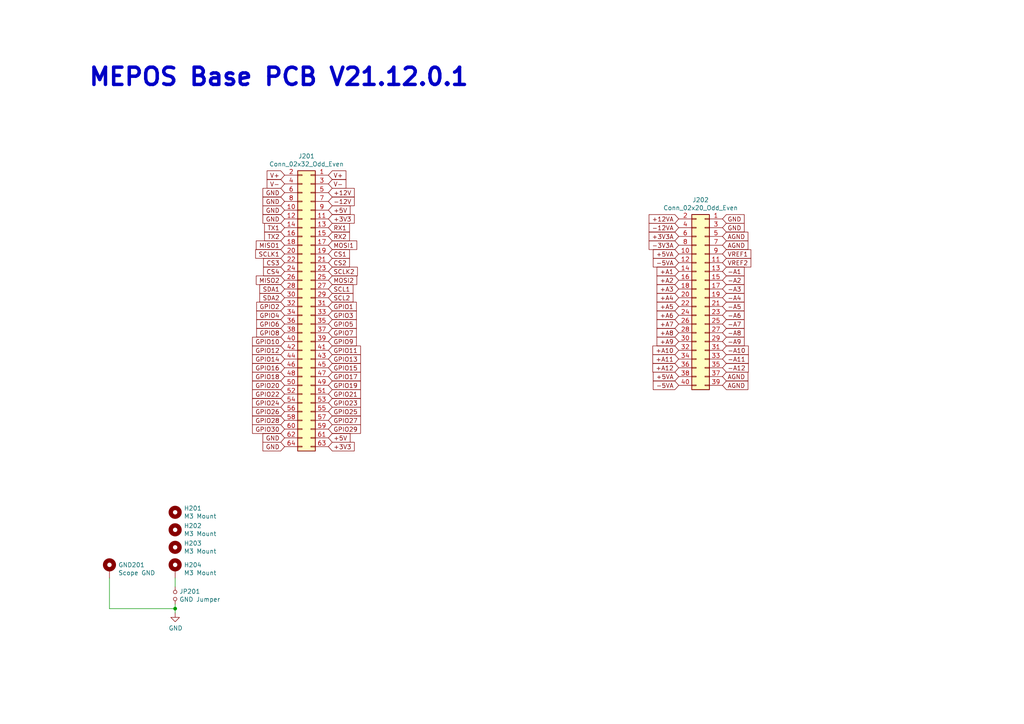
<source format=kicad_sch>
(kicad_sch (version 20211123) (generator eeschema)
  (paper "A4")
  (title_block (title "MEPOS Base PCB V21.12.0.1") (date "2021-12-17") (rev "V21.12.0.1"))
  (lib_symbols
    (symbol "Connector_Generic:Conn_02x20_Odd_Even" (pin_names (offset 1.016) hide)
      (property "Reference" "J" (at 1.27 25.4 0))
      (property "Value" "Conn_02x20_Odd_Even" (at 1.27 -27.94 0))
      (symbol "Conn_02x20_Odd_Even_1_1"
        (rectangle (start -1.27 -25.273) (end 0 -25.527) (stroke (width 0.1524)))
        (rectangle (start -1.27 -22.733) (end 0 -22.987) (stroke (width 0.1524)))
        (rectangle (start -1.27 -20.193) (end 0 -20.447) (stroke (width 0.1524)))
        (rectangle (start -1.27 -17.653) (end 0 -17.907) (stroke (width 0.1524)))
        (rectangle (start -1.27 -15.113) (end 0 -15.367) (stroke (width 0.1524)))
        (rectangle (start -1.27 -12.573) (end 0 -12.827) (stroke (width 0.1524)))
        (rectangle (start -1.27 -10.033) (end 0 -10.287) (stroke (width 0.1524)))
        (rectangle (start -1.27 -7.493) (end 0 -7.747) (stroke (width 0.1524)))
        (rectangle (start -1.27 -4.953) (end 0 -5.207) (stroke (width 0.1524)))
        (rectangle (start -1.27 -2.413) (end 0 -2.667) (stroke (width 0.1524)))
        (rectangle (start -1.27 0.127) (end 0 -0.127) (stroke (width 0.1524)))
        (rectangle (start -1.27 2.667) (end 0 2.413) (stroke (width 0.1524)))
        (rectangle (start -1.27 5.207) (end 0 4.953) (stroke (width 0.1524)))
        (rectangle (start -1.27 7.747) (end 0 7.493) (stroke (width 0.1524)))
        (rectangle (start -1.27 10.287) (end 0 10.033) (stroke (width 0.1524)))
        (rectangle (start -1.27 12.827) (end 0 12.573) (stroke (width 0.1524)))
        (rectangle (start -1.27 15.367) (end 0 15.113) (stroke (width 0.1524)))
        (rectangle (start -1.27 17.907) (end 0 17.653) (stroke (width 0.1524)))
        (rectangle (start -1.27 20.447) (end 0 20.193) (stroke (width 0.1524)))
        (rectangle (start -1.27 22.987) (end 0 22.733) (stroke (width 0.1524)))
        (rectangle (start -1.27 24.13) (end 3.81 -26.67) (stroke (width 0.254)) (fill (type background)))
        (rectangle (start 3.81 -25.273) (end 2.54 -25.527) (stroke (width 0.1524)))
        (rectangle (start 3.81 -22.733) (end 2.54 -22.987) (stroke (width 0.1524)))
        (rectangle (start 3.81 -20.193) (end 2.54 -20.447) (stroke (width 0.1524)))
        (rectangle (start 3.81 -17.653) (end 2.54 -17.907) (stroke (width 0.1524)))
        (rectangle (start 3.81 -15.113) (end 2.54 -15.367) (stroke (width 0.1524)))
        (rectangle (start 3.81 -12.573) (end 2.54 -12.827) (stroke (width 0.1524)))
        (rectangle (start 3.81 -10.033) (end 2.54 -10.287) (stroke (width 0.1524)))
        (rectangle (start 3.81 -7.493) (end 2.54 -7.747) (stroke (width 0.1524)))
        (rectangle (start 3.81 -4.953) (end 2.54 -5.207) (stroke (width 0.1524)))
        (rectangle (start 3.81 -2.413) (end 2.54 -2.667) (stroke (width 0.1524)))
        (rectangle (start 3.81 0.127) (end 2.54 -0.127) (stroke (width 0.1524)))
        (rectangle (start 3.81 2.667) (end 2.54 2.413) (stroke (width 0.1524)))
        (rectangle (start 3.81 5.207) (end 2.54 4.953) (stroke (width 0.1524)))
        (rectangle (start 3.81 7.747) (end 2.54 7.493) (stroke (width 0.1524)))
        (rectangle (start 3.81 10.287) (end 2.54 10.033) (stroke (width 0.1524)))
        (rectangle (start 3.81 12.827) (end 2.54 12.573) (stroke (width 0.1524)))
        (rectangle (start 3.81 15.367) (end 2.54 15.113) (stroke (width 0.1524)))
        (rectangle (start 3.81 17.907) (end 2.54 17.653) (stroke (width 0.1524)))
        (rectangle (start 3.81 20.447) (end 2.54 20.193) (stroke (width 0.1524)))
        (rectangle (start 3.81 22.987) (end 2.54 22.733) (stroke (width 0.1524)))
        (pin passive line (at -5.08 22.86 0) (length 3.81) (name "Pin_1") (number "1"))
        (pin passive line (at 7.62 12.7 180) (length 3.81) (name "Pin_10") (number "10"))
        (pin passive line (at -5.08 10.16 0) (length 3.81) (name "Pin_11") (number "11"))
        (pin passive line (at 7.62 10.16 180) (length 3.81) (name "Pin_12") (number "12"))
        (pin passive line (at -5.08 7.62 0) (length 3.81) (name "Pin_13") (number "13"))
        (pin passive line (at 7.62 7.62 180) (length 3.81) (name "Pin_14") (number "14"))
        (pin passive line (at -5.08 5.08 0) (length 3.81) (name "Pin_15") (number "15"))
        (pin passive line (at 7.62 5.08 180) (length 3.81) (name "Pin_16") (number "16"))
        (pin passive line (at -5.08 2.54 0) (length 3.81) (name "Pin_17") (number "17"))
        (pin passive line (at 7.62 2.54 180) (length 3.81) (name "Pin_18") (number "18"))
        (pin passive line (at -5.08 0 0) (length 3.81) (name "Pin_19") (number "19"))
        (pin passive line (at 7.62 22.86 180) (length 3.81) (name "Pin_2") (number "2"))
        (pin passive line (at 7.62 0 180) (length 3.81) (name "Pin_20") (number "20"))
        (pin passive line (at -5.08 -2.54 0) (length 3.81) (name "Pin_21") (number "21"))
        (pin passive line (at 7.62 -2.54 180) (length 3.81) (name "Pin_22") (number "22"))
        (pin passive line (at -5.08 -5.08 0) (length 3.81) (name "Pin_23") (number "23"))
        (pin passive line (at 7.62 -5.08 180) (length 3.81) (name "Pin_24") (number "24"))
        (pin passive line (at -5.08 -7.62 0) (length 3.81) (name "Pin_25") (number "25"))
        (pin passive line (at 7.62 -7.62 180) (length 3.81) (name "Pin_26") (number "26"))
        (pin passive line (at -5.08 -10.16 0) (length 3.81) (name "Pin_27") (number "27"))
        (pin passive line (at 7.62 -10.16 180) (length 3.81) (name "Pin_28") (number "28"))
        (pin passive line (at -5.08 -12.7 0) (length 3.81) (name "Pin_29") (number "29"))
        (pin passive line (at -5.08 20.32 0) (length 3.81) (name "Pin_3") (number "3"))
        (pin passive line (at 7.62 -12.7 180) (length 3.81) (name "Pin_30") (number "30"))
        (pin passive line (at -5.08 -15.24 0) (length 3.81) (name "Pin_31") (number "31"))
        (pin passive line (at 7.62 -15.24 180) (length 3.81) (name "Pin_32") (number "32"))
        (pin passive line (at -5.08 -17.78 0) (length 3.81) (name "Pin_33") (number "33"))
        (pin passive line (at 7.62 -17.78 180) (length 3.81) (name "Pin_34") (number "34"))
        (pin passive line (at -5.08 -20.32 0) (length 3.81) (name "Pin_35") (number "35"))
        (pin passive line (at 7.62 -20.32 180) (length 3.81) (name "Pin_36") (number "36"))
        (pin passive line (at -5.08 -22.86 0) (length 3.81) (name "Pin_37") (number "37"))
        (pin passive line (at 7.62 -22.86 180) (length 3.81) (name "Pin_38") (number "38"))
        (pin passive line (at -5.08 -25.4 0) (length 3.81) (name "Pin_39") (number "39"))
        (pin passive line (at 7.62 20.32 180) (length 3.81) (name "Pin_4") (number "4"))
        (pin passive line (at 7.62 -25.4 180) (length 3.81) (name "Pin_40") (number "40"))
        (pin passive line (at -5.08 17.78 0) (length 3.81) (name "Pin_5") (number "5"))
        (pin passive line (at 7.62 17.78 180) (length 3.81) (name "Pin_6") (number "6"))
        (pin passive line (at -5.08 15.24 0) (length 3.81) (name "Pin_7") (number "7"))
        (pin passive line (at 7.62 15.24 180) (length 3.81) (name "Pin_8") (number "8"))
        (pin passive line (at -5.08 12.7 0) (length 3.81) (name "Pin_9") (number "9"))
      )
    )
    (symbol "Connector_Generic:Conn_02x32_Odd_Even" (pin_names (offset 1.016) hide)
      (property "Reference" "J" (at 1.27 40.64 0))
      (property "Value" "Conn_02x32_Odd_Even" (at 1.27 -43.18 0))
      (symbol "Conn_02x32_Odd_Even_1_1"
        (rectangle (start -1.27 -40.513) (end 0 -40.767) (stroke (width 0.1524)))
        (rectangle (start -1.27 -37.973) (end 0 -38.227) (stroke (width 0.1524)))
        (rectangle (start -1.27 -35.433) (end 0 -35.687) (stroke (width 0.1524)))
        (rectangle (start -1.27 -32.893) (end 0 -33.147) (stroke (width 0.1524)))
        (rectangle (start -1.27 -30.353) (end 0 -30.607) (stroke (width 0.1524)))
        (rectangle (start -1.27 -27.813) (end 0 -28.067) (stroke (width 0.1524)))
        (rectangle (start -1.27 -25.273) (end 0 -25.527) (stroke (width 0.1524)))
        (rectangle (start -1.27 -22.733) (end 0 -22.987) (stroke (width 0.1524)))
        (rectangle (start -1.27 -20.193) (end 0 -20.447) (stroke (width 0.1524)))
        (rectangle (start -1.27 -17.653) (end 0 -17.907) (stroke (width 0.1524)))
        (rectangle (start -1.27 -15.113) (end 0 -15.367) (stroke (width 0.1524)))
        (rectangle (start -1.27 -12.573) (end 0 -12.827) (stroke (width 0.1524)))
        (rectangle (start -1.27 -10.033) (end 0 -10.287) (stroke (width 0.1524)))
        (rectangle (start -1.27 -7.493) (end 0 -7.747) (stroke (width 0.1524)))
        (rectangle (start -1.27 -4.953) (end 0 -5.207) (stroke (width 0.1524)))
        (rectangle (start -1.27 -2.413) (end 0 -2.667) (stroke (width 0.1524)))
        (rectangle (start -1.27 0.127) (end 0 -0.127) (stroke (width 0.1524)))
        (rectangle (start -1.27 2.667) (end 0 2.413) (stroke (width 0.1524)))
        (rectangle (start -1.27 5.207) (end 0 4.953) (stroke (width 0.1524)))
        (rectangle (start -1.27 7.747) (end 0 7.493) (stroke (width 0.1524)))
        (rectangle (start -1.27 10.287) (end 0 10.033) (stroke (width 0.1524)))
        (rectangle (start -1.27 12.827) (end 0 12.573) (stroke (width 0.1524)))
        (rectangle (start -1.27 15.367) (end 0 15.113) (stroke (width 0.1524)))
        (rectangle (start -1.27 17.907) (end 0 17.653) (stroke (width 0.1524)))
        (rectangle (start -1.27 20.447) (end 0 20.193) (stroke (width 0.1524)))
        (rectangle (start -1.27 22.987) (end 0 22.733) (stroke (width 0.1524)))
        (rectangle (start -1.27 25.527) (end 0 25.273) (stroke (width 0.1524)))
        (rectangle (start -1.27 28.067) (end 0 27.813) (stroke (width 0.1524)))
        (rectangle (start -1.27 30.607) (end 0 30.353) (stroke (width 0.1524)))
        (rectangle (start -1.27 33.147) (end 0 32.893) (stroke (width 0.1524)))
        (rectangle (start -1.27 35.687) (end 0 35.433) (stroke (width 0.1524)))
        (rectangle (start -1.27 38.227) (end 0 37.973) (stroke (width 0.1524)))
        (rectangle (start -1.27 39.37) (end 3.81 -41.91) (stroke (width 0.254)) (fill (type background)))
        (rectangle (start 3.81 -40.513) (end 2.54 -40.767) (stroke (width 0.1524)))
        (rectangle (start 3.81 -37.973) (end 2.54 -38.227) (stroke (width 0.1524)))
        (rectangle (start 3.81 -35.433) (end 2.54 -35.687) (stroke (width 0.1524)))
        (rectangle (start 3.81 -32.893) (end 2.54 -33.147) (stroke (width 0.1524)))
        (rectangle (start 3.81 -30.353) (end 2.54 -30.607) (stroke (width 0.1524)))
        (rectangle (start 3.81 -27.813) (end 2.54 -28.067) (stroke (width 0.1524)))
        (rectangle (start 3.81 -25.273) (end 2.54 -25.527) (stroke (width 0.1524)))
        (rectangle (start 3.81 -22.733) (end 2.54 -22.987) (stroke (width 0.1524)))
        (rectangle (start 3.81 -20.193) (end 2.54 -20.447) (stroke (width 0.1524)))
        (rectangle (start 3.81 -17.653) (end 2.54 -17.907) (stroke (width 0.1524)))
        (rectangle (start 3.81 -15.113) (end 2.54 -15.367) (stroke (width 0.1524)))
        (rectangle (start 3.81 -12.573) (end 2.54 -12.827) (stroke (width 0.1524)))
        (rectangle (start 3.81 -10.033) (end 2.54 -10.287) (stroke (width 0.1524)))
        (rectangle (start 3.81 -7.493) (end 2.54 -7.747) (stroke (width 0.1524)))
        (rectangle (start 3.81 -4.953) (end 2.54 -5.207) (stroke (width 0.1524)))
        (rectangle (start 3.81 -2.413) (end 2.54 -2.667) (stroke (width 0.1524)))
        (rectangle (start 3.81 0.127) (end 2.54 -0.127) (stroke (width 0.1524)))
        (rectangle (start 3.81 2.667) (end 2.54 2.413) (stroke (width 0.1524)))
        (rectangle (start 3.81 5.207) (end 2.54 4.953) (stroke (width 0.1524)))
        (rectangle (start 3.81 7.747) (end 2.54 7.493) (stroke (width 0.1524)))
        (rectangle (start 3.81 10.287) (end 2.54 10.033) (stroke (width 0.1524)))
        (rectangle (start 3.81 12.827) (end 2.54 12.573) (stroke (width 0.1524)))
        (rectangle (start 3.81 15.367) (end 2.54 15.113) (stroke (width 0.1524)))
        (rectangle (start 3.81 17.907) (end 2.54 17.653) (stroke (width 0.1524)))
        (rectangle (start 3.81 20.447) (end 2.54 20.193) (stroke (width 0.1524)))
        (rectangle (start 3.81 22.987) (end 2.54 22.733) (stroke (width 0.1524)))
        (rectangle (start 3.81 25.527) (end 2.54 25.273) (stroke (width 0.1524)))
        (rectangle (start 3.81 28.067) (end 2.54 27.813) (stroke (width 0.1524)))
        (rectangle (start 3.81 30.607) (end 2.54 30.353) (stroke (width 0.1524)))
        (rectangle (start 3.81 33.147) (end 2.54 32.893) (stroke (width 0.1524)))
        (rectangle (start 3.81 35.687) (end 2.54 35.433) (stroke (width 0.1524)))
        (rectangle (start 3.81 38.227) (end 2.54 37.973) (stroke (width 0.1524)))
        (pin passive line (at -5.08 38.1 0) (length 3.81) (name "Pin_1") (number "1"))
        (pin passive line (at 7.62 27.94 180) (length 3.81) (name "Pin_10") (number "10"))
        (pin passive line (at -5.08 25.4 0) (length 3.81) (name "Pin_11") (number "11"))
        (pin passive line (at 7.62 25.4 180) (length 3.81) (name "Pin_12") (number "12"))
        (pin passive line (at -5.08 22.86 0) (length 3.81) (name "Pin_13") (number "13"))
        (pin passive line (at 7.62 22.86 180) (length 3.81) (name "Pin_14") (number "14"))
        (pin passive line (at -5.08 20.32 0) (length 3.81) (name "Pin_15") (number "15"))
        (pin passive line (at 7.62 20.32 180) (length 3.81) (name "Pin_16") (number "16"))
        (pin passive line (at -5.08 17.78 0) (length 3.81) (name "Pin_17") (number "17"))
        (pin passive line (at 7.62 17.78 180) (length 3.81) (name "Pin_18") (number "18"))
        (pin passive line (at -5.08 15.24 0) (length 3.81) (name "Pin_19") (number "19"))
        (pin passive line (at 7.62 38.1 180) (length 3.81) (name "Pin_2") (number "2"))
        (pin passive line (at 7.62 15.24 180) (length 3.81) (name "Pin_20") (number "20"))
        (pin passive line (at -5.08 12.7 0) (length 3.81) (name "Pin_21") (number "21"))
        (pin passive line (at 7.62 12.7 180) (length 3.81) (name "Pin_22") (number "22"))
        (pin passive line (at -5.08 10.16 0) (length 3.81) (name "Pin_23") (number "23"))
        (pin passive line (at 7.62 10.16 180) (length 3.81) (name "Pin_24") (number "24"))
        (pin passive line (at -5.08 7.62 0) (length 3.81) (name "Pin_25") (number "25"))
        (pin passive line (at 7.62 7.62 180) (length 3.81) (name "Pin_26") (number "26"))
        (pin passive line (at -5.08 5.08 0) (length 3.81) (name "Pin_27") (number "27"))
        (pin passive line (at 7.62 5.08 180) (length 3.81) (name "Pin_28") (number "28"))
        (pin passive line (at -5.08 2.54 0) (length 3.81) (name "Pin_29") (number "29"))
        (pin passive line (at -5.08 35.56 0) (length 3.81) (name "Pin_3") (number "3"))
        (pin passive line (at 7.62 2.54 180) (length 3.81) (name "Pin_30") (number "30"))
        (pin passive line (at -5.08 0 0) (length 3.81) (name "Pin_31") (number "31"))
        (pin passive line (at 7.62 0 180) (length 3.81) (name "Pin_32") (number "32"))
        (pin passive line (at -5.08 -2.54 0) (length 3.81) (name "Pin_33") (number "33"))
        (pin passive line (at 7.62 -2.54 180) (length 3.81) (name "Pin_34") (number "34"))
        (pin passive line (at -5.08 -5.08 0) (length 3.81) (name "Pin_35") (number "35"))
        (pin passive line (at 7.62 -5.08 180) (length 3.81) (name "Pin_36") (number "36"))
        (pin passive line (at -5.08 -7.62 0) (length 3.81) (name "Pin_37") (number "37"))
        (pin passive line (at 7.62 -7.62 180) (length 3.81) (name "Pin_38") (number "38"))
        (pin passive line (at -5.08 -10.16 0) (length 3.81) (name "Pin_39") (number "39"))
        (pin passive line (at 7.62 35.56 180) (length 3.81) (name "Pin_4") (number "4"))
        (pin passive line (at 7.62 -10.16 180) (length 3.81) (name "Pin_40") (number "40"))
        (pin passive line (at -5.08 -12.7 0) (length 3.81) (name "Pin_41") (number "41"))
        (pin passive line (at 7.62 -12.7 180) (length 3.81) (name "Pin_42") (number "42"))
        (pin passive line (at -5.08 -15.24 0) (length 3.81) (name "Pin_43") (number "43"))
        (pin passive line (at 7.62 -15.24 180) (length 3.81) (name "Pin_44") (number "44"))
        (pin passive line (at -5.08 -17.78 0) (length 3.81) (name "Pin_45") (number "45"))
        (pin passive line (at 7.62 -17.78 180) (length 3.81) (name "Pin_46") (number "46"))
        (pin passive line (at -5.08 -20.32 0) (length 3.81) (name "Pin_47") (number "47"))
        (pin passive line (at 7.62 -20.32 180) (length 3.81) (name "Pin_48") (number "48"))
        (pin passive line (at -5.08 -22.86 0) (length 3.81) (name "Pin_49") (number "49"))
        (pin passive line (at -5.08 33.02 0) (length 3.81) (name "Pin_5") (number "5"))
        (pin passive line (at 7.62 -22.86 180) (length 3.81) (name "Pin_50") (number "50"))
        (pin passive line (at -5.08 -25.4 0) (length 3.81) (name "Pin_51") (number "51"))
        (pin passive line (at 7.62 -25.4 180) (length 3.81) (name "Pin_52") (number "52"))
        (pin passive line (at -5.08 -27.94 0) (length 3.81) (name "Pin_53") (number "53"))
        (pin passive line (at 7.62 -27.94 180) (length 3.81) (name "Pin_54") (number "54"))
        (pin passive line (at -5.08 -30.48 0) (length 3.81) (name "Pin_55") (number "55"))
        (pin passive line (at 7.62 -30.48 180) (length 3.81) (name "Pin_56") (number "56"))
        (pin passive line (at -5.08 -33.02 0) (length 3.81) (name "Pin_57") (number "57"))
        (pin passive line (at 7.62 -33.02 180) (length 3.81) (name "Pin_58") (number "58"))
        (pin passive line (at -5.08 -35.56 0) (length 3.81) (name "Pin_59") (number "59"))
        (pin passive line (at 7.62 33.02 180) (length 3.81) (name "Pin_6") (number "6"))
        (pin passive line (at 7.62 -35.56 180) (length 3.81) (name "Pin_60") (number "60"))
        (pin passive line (at -5.08 -38.1 0) (length 3.81) (name "Pin_61") (number "61"))
        (pin passive line (at 7.62 -38.1 180) (length 3.81) (name "Pin_62") (number "62"))
        (pin passive line (at -5.08 -40.64 0) (length 3.81) (name "Pin_63") (number "63"))
        (pin passive line (at 7.62 -40.64 180) (length 3.81) (name "Pin_64") (number "64"))
        (pin passive line (at -5.08 30.48 0) (length 3.81) (name "Pin_7") (number "7"))
        (pin passive line (at 7.62 30.48 180) (length 3.81) (name "Pin_8") (number "8"))
        (pin passive line (at -5.08 27.94 0) (length 3.81) (name "Pin_9") (number "9"))
      )
    )
    (symbol "Device:Jumper_NO_Small" (pin_numbers hide) (pin_names (offset 0.762) hide)
      (property "Reference" "JP" (at 0 2.032 0))
      (property "Value" "Device_Jumper_NO_Small" (at 0.254 -1.524 0))
      (symbol "Jumper_NO_Small_0_1"
        (circle (center -1.016 0) (radius 0.508))
        (circle (center 1.016 0) (radius 0.508))
        (pin passive line (at -2.54 0 0) (length 1.016) (name "1") (number "1"))
        (pin passive line (at 2.54 0 180) (length 1.016) (name "2") (number "2"))
      )
    )
    (symbol "Mechanical:MountingHole" (pin_names (offset 1.016))
      (property "Reference" "H" (at 0 5.08 0))
      (property "Value" "MountingHole" (at 0 3.175 0))
      (symbol "MountingHole_0_1"
        (circle (center 0 0) (radius 1.27) (stroke (width 1.27)))
      )
    )
    (symbol "Mechanical:MountingHole_Pad" (pin_numbers hide) (pin_names (offset 1.016) hide)
      (property "Reference" "H" (at 0 6.35 0))
      (property "Value" "MountingHole_Pad" (at 0 4.445 0))
      (symbol "MountingHole_Pad_0_1"
        (circle (center 0 1.27) (radius 1.27) (stroke (width 1.27)))
      )
      (symbol "MountingHole_Pad_1_1"
        (pin input line (at 0 -2.54 90) (length 2.54) (name "1") (number "1"))
      )
    )
    (symbol "power:GND" (power) (pin_names (offset 0))
      (property "Value" "GND" (at 0 -3.81 0))
      (symbol "GND_0_1"
        (polyline (pts (xy 0 0) (xy 0 -1.27) (xy 1.27 -1.27) (xy 0 -2.54) (xy -1.27 -1.27) (xy 0 -1.27)))
      )
      (symbol "GND_1_1"
        (pin power_in line (at 0 0 270) (length 0) hide (name "GND") (number "1"))
      )
    )
  )
  (junction (at 50.8 176.53))
  (wire (pts (xy 50.8 170.18) (xy 50.8 167.64)))
  (wire (pts (xy 31.75 167.64) (xy 31.75 176.53)))
  (wire (pts (xy 50.8 176.53) (xy 50.8 175.26)))
  (wire (pts (xy 50.8 177.8) (xy 50.8 176.53)))
  (wire (pts (xy 31.75 176.53) (xy 50.8 176.53)))
  (text "MEPOS Base PCB V21.12.0.1" (at 25.4 25.4 0) (effects (font (size 5.0038 5.0038) (thickness 1.0008) bold) (justify left bottom)))
  (global_label "GPIO13" (shape input) (at 95.25 104.14 0) (property "Intersheet References" "${INTERSHEET_REFS}" (effects hide)))
  (global_label "GPIO15" (shape input) (at 95.25 106.68 0) (property "Intersheet References" "${INTERSHEET_REFS}" (effects hide)))
  (global_label "-A7" (shape input) (at 209.55 93.98 0) (property "Intersheet References" "${INTERSHEET_REFS}" (effects hide)))
  (global_label "GPIO25" (shape input) (at 95.25 119.38 0) (property "Intersheet References" "${INTERSHEET_REFS}" (effects hide)))
  (global_label "V-" (shape input) (at 82.55 53.34 180) (property "Intersheet References" "${INTERSHEET_REFS}" (effects hide)))
  (global_label "GND" (shape input) (at 82.55 55.88 180) (property "Intersheet References" "${INTERSHEET_REFS}" (effects hide)))
  (global_label "RX2" (shape input) (at 95.25 68.58 0) (property "Intersheet References" "${INTERSHEET_REFS}" (effects hide)))
  (global_label "-A10" (shape input) (at 209.55 101.6 0) (property "Intersheet References" "${INTERSHEET_REFS}" (effects hide)))
  (global_label "MOSI2" (shape input) (at 95.25 81.28 0) (property "Intersheet References" "${INTERSHEET_REFS}" (effects hide)))
  (global_label "+12VA" (shape input) (at 196.85 63.5 180) (property "Intersheet References" "${INTERSHEET_REFS}" (effects hide)))
  (global_label "-A8" (shape input) (at 209.55 96.52 0) (property "Intersheet References" "${INTERSHEET_REFS}" (effects hide)))
  (global_label "+3V3A" (shape input) (at 196.85 68.58 180) (property "Intersheet References" "${INTERSHEET_REFS}" (effects hide)))
  (global_label "+5VA" (shape input) (at 196.85 109.22 180) (property "Intersheet References" "${INTERSHEET_REFS}" (effects hide)))
  (global_label "+A8" (shape input) (at 196.85 96.52 180) (property "Intersheet References" "${INTERSHEET_REFS}" (effects hide)))
  (global_label "-A3" (shape input) (at 209.55 83.82 0) (property "Intersheet References" "${INTERSHEET_REFS}" (effects hide)))
  (global_label "CS1" (shape input) (at 95.25 73.66 0) (property "Intersheet References" "${INTERSHEET_REFS}" (effects hide)))
  (global_label "+5V" (shape input) (at 95.25 60.96 0) (property "Intersheet References" "${INTERSHEET_REFS}" (effects hide)))
  (global_label "-5VA" (shape input) (at 196.85 111.76 180) (property "Intersheet References" "${INTERSHEET_REFS}" (effects hide)))
  (global_label "GPIO27" (shape input) (at 95.25 121.92 0) (property "Intersheet References" "${INTERSHEET_REFS}" (effects hide)))
  (global_label "GPIO17" (shape input) (at 95.25 109.22 0) (property "Intersheet References" "${INTERSHEET_REFS}" (effects hide)))
  (global_label "+A11" (shape input) (at 196.85 104.14 180) (property "Intersheet References" "${INTERSHEET_REFS}" (effects hide)))
  (global_label "AGND" (shape input) (at 209.55 71.12 0) (property "Intersheet References" "${INTERSHEET_REFS}" (effects hide)))
  (global_label "MISO1" (shape input) (at 82.55 71.12 180) (property "Intersheet References" "${INTERSHEET_REFS}" (effects hide)))
  (global_label "AGND" (shape input) (at 209.55 111.76 0) (property "Intersheet References" "${INTERSHEET_REFS}" (effects hide)))
  (global_label "GPIO4" (shape input) (at 82.55 91.44 180) (property "Intersheet References" "${INTERSHEET_REFS}" (effects hide)))
  (global_label "TX1" (shape input) (at 82.55 66.04 180) (property "Intersheet References" "${INTERSHEET_REFS}" (effects hide)))
  (global_label "V+" (shape input) (at 82.55 50.8 180) (property "Intersheet References" "${INTERSHEET_REFS}" (effects hide)))
  (global_label "GPIO7" (shape input) (at 95.25 96.52 0) (property "Intersheet References" "${INTERSHEET_REFS}" (effects hide)))
  (global_label "-A4" (shape input) (at 209.55 86.36 0) (property "Intersheet References" "${INTERSHEET_REFS}" (effects hide)))
  (global_label "-12V" (shape input) (at 95.25 58.42 0) (property "Intersheet References" "${INTERSHEET_REFS}" (effects hide)))
  (global_label "+A5" (shape input) (at 196.85 88.9 180) (property "Intersheet References" "${INTERSHEET_REFS}" (effects hide)))
  (global_label "GPIO14" (shape input) (at 82.55 104.14 180) (property "Intersheet References" "${INTERSHEET_REFS}" (effects hide)))
  (global_label "GPIO10" (shape input) (at 82.55 99.06 180) (property "Intersheet References" "${INTERSHEET_REFS}" (effects hide)))
  (global_label "GPIO22" (shape input) (at 82.55 114.3 180) (property "Intersheet References" "${INTERSHEET_REFS}" (effects hide)))
  (global_label "+A12" (shape input) (at 196.85 106.68 180) (property "Intersheet References" "${INTERSHEET_REFS}" (effects hide)))
  (global_label "GPIO8" (shape input) (at 82.55 96.52 180) (property "Intersheet References" "${INTERSHEET_REFS}" (effects hide)))
  (global_label "+A6" (shape input) (at 196.85 91.44 180) (property "Intersheet References" "${INTERSHEET_REFS}" (effects hide)))
  (global_label "GPIO6" (shape input) (at 82.55 93.98 180) (property "Intersheet References" "${INTERSHEET_REFS}" (effects hide)))
  (global_label "SCL1" (shape input) (at 95.25 83.82 0) (property "Intersheet References" "${INTERSHEET_REFS}" (effects hide)))
  (global_label "GPIO16" (shape input) (at 82.55 106.68 180) (property "Intersheet References" "${INTERSHEET_REFS}" (effects hide)))
  (global_label "VREF2" (shape input) (at 209.55 76.2 0) (property "Intersheet References" "${INTERSHEET_REFS}" (effects hide)))
  (global_label "-A12" (shape input) (at 209.55 106.68 0) (property "Intersheet References" "${INTERSHEET_REFS}" (effects hide)))
  (global_label "-A11" (shape input) (at 209.55 104.14 0) (property "Intersheet References" "${INTERSHEET_REFS}" (effects hide)))
  (global_label "SDA2" (shape input) (at 82.55 86.36 180) (property "Intersheet References" "${INTERSHEET_REFS}" (effects hide)))
  (global_label "MOSI1" (shape input) (at 95.25 71.12 0) (property "Intersheet References" "${INTERSHEET_REFS}" (effects hide)))
  (global_label "GPIO1" (shape input) (at 95.25 88.9 0) (property "Intersheet References" "${INTERSHEET_REFS}" (effects hide)))
  (global_label "+5V" (shape input) (at 95.25 127 0) (property "Intersheet References" "${INTERSHEET_REFS}" (effects hide)))
  (global_label "AGND" (shape input) (at 209.55 68.58 0) (property "Intersheet References" "${INTERSHEET_REFS}" (effects hide)))
  (global_label "SCLK2" (shape input) (at 95.25 78.74 0) (property "Intersheet References" "${INTERSHEET_REFS}" (effects hide)))
  (global_label "MISO2" (shape input) (at 82.55 81.28 180) (property "Intersheet References" "${INTERSHEET_REFS}" (effects hide)))
  (global_label "GND" (shape input) (at 82.55 58.42 180) (property "Intersheet References" "${INTERSHEET_REFS}" (effects hide)))
  (global_label "+A1" (shape input) (at 196.85 78.74 180) (property "Intersheet References" "${INTERSHEET_REFS}" (effects hide)))
  (global_label "GPIO20" (shape input) (at 82.55 111.76 180) (property "Intersheet References" "${INTERSHEET_REFS}" (effects hide)))
  (global_label "-A2" (shape input) (at 209.55 81.28 0) (property "Intersheet References" "${INTERSHEET_REFS}" (effects hide)))
  (global_label "V+" (shape input) (at 95.25 50.8 0) (property "Intersheet References" "${INTERSHEET_REFS}" (effects hide)))
  (global_label "GPIO19" (shape input) (at 95.25 111.76 0) (property "Intersheet References" "${INTERSHEET_REFS}" (effects hide)))
  (global_label "+A7" (shape input) (at 196.85 93.98 180) (property "Intersheet References" "${INTERSHEET_REFS}" (effects hide)))
  (global_label "SCL2" (shape input) (at 95.25 86.36 0) (property "Intersheet References" "${INTERSHEET_REFS}" (effects hide)))
  (global_label "TX2" (shape input) (at 82.55 68.58 180) (property "Intersheet References" "${INTERSHEET_REFS}" (effects hide)))
  (global_label "+12V" (shape input) (at 95.25 55.88 0) (property "Intersheet References" "${INTERSHEET_REFS}" (effects hide)))
  (global_label "+A9" (shape input) (at 196.85 99.06 180) (property "Intersheet References" "${INTERSHEET_REFS}" (effects hide)))
  (global_label "GPIO30" (shape input) (at 82.55 124.46 180) (property "Intersheet References" "${INTERSHEET_REFS}" (effects hide)))
  (global_label "GPIO5" (shape input) (at 95.25 93.98 0) (property "Intersheet References" "${INTERSHEET_REFS}" (effects hide)))
  (global_label "-5VA" (shape input) (at 196.85 76.2 180) (property "Intersheet References" "${INTERSHEET_REFS}" (effects hide)))
  (global_label "VREF1" (shape input) (at 209.55 73.66 0) (property "Intersheet References" "${INTERSHEET_REFS}" (effects hide)))
  (global_label "GPIO28" (shape input) (at 82.55 121.92 180) (property "Intersheet References" "${INTERSHEET_REFS}" (effects hide)))
  (global_label "+5VA" (shape input) (at 196.85 73.66 180) (property "Intersheet References" "${INTERSHEET_REFS}" (effects hide)))
  (global_label "GPIO9" (shape input) (at 95.25 99.06 0) (property "Intersheet References" "${INTERSHEET_REFS}" (effects hide)))
  (global_label "+3V3" (shape input) (at 95.25 63.5 0) (property "Intersheet References" "${INTERSHEET_REFS}" (effects hide)))
  (global_label "GND" (shape input) (at 82.55 60.96 180) (property "Intersheet References" "${INTERSHEET_REFS}" (effects hide)))
  (global_label "CS3" (shape input) (at 82.55 76.2 180) (property "Intersheet References" "${INTERSHEET_REFS}" (effects hide)))
  (global_label "GPIO12" (shape input) (at 82.55 101.6 180) (property "Intersheet References" "${INTERSHEET_REFS}" (effects hide)))
  (global_label "+A2" (shape input) (at 196.85 81.28 180) (property "Intersheet References" "${INTERSHEET_REFS}" (effects hide)))
  (global_label "-A6" (shape input) (at 209.55 91.44 0) (property "Intersheet References" "${INTERSHEET_REFS}" (effects hide)))
  (global_label "GND" (shape input) (at 82.55 129.54 180) (property "Intersheet References" "${INTERSHEET_REFS}" (effects hide)))
  (global_label "GND" (shape input) (at 82.55 127 180) (property "Intersheet References" "${INTERSHEET_REFS}" (effects hide)))
  (global_label "GPIO26" (shape input) (at 82.55 119.38 180) (property "Intersheet References" "${INTERSHEET_REFS}" (effects hide)))
  (global_label "SCLK1" (shape input) (at 82.55 73.66 180) (property "Intersheet References" "${INTERSHEET_REFS}" (effects hide)))
  (global_label "V-" (shape input) (at 95.25 53.34 0) (property "Intersheet References" "${INTERSHEET_REFS}" (effects hide)))
  (global_label "GND" (shape input) (at 209.55 66.04 0) (property "Intersheet References" "${INTERSHEET_REFS}" (effects hide)))
  (global_label "GPIO23" (shape input) (at 95.25 116.84 0) (property "Intersheet References" "${INTERSHEET_REFS}" (effects hide)))
  (global_label "-A1" (shape input) (at 209.55 78.74 0) (property "Intersheet References" "${INTERSHEET_REFS}" (effects hide)))
  (global_label "GPIO2" (shape input) (at 82.55 88.9 180) (property "Intersheet References" "${INTERSHEET_REFS}" (effects hide)))
  (global_label "+A4" (shape input) (at 196.85 86.36 180) (property "Intersheet References" "${INTERSHEET_REFS}" (effects hide)))
  (global_label "GPIO24" (shape input) (at 82.55 116.84 180) (property "Intersheet References" "${INTERSHEET_REFS}" (effects hide)))
  (global_label "-3V3A" (shape input) (at 196.85 71.12 180) (property "Intersheet References" "${INTERSHEET_REFS}" (effects hide)))
  (global_label "-A5" (shape input) (at 209.55 88.9 0) (property "Intersheet References" "${INTERSHEET_REFS}" (effects hide)))
  (global_label "-A9" (shape input) (at 209.55 99.06 0) (property "Intersheet References" "${INTERSHEET_REFS}" (effects hide)))
  (global_label "GPIO11" (shape input) (at 95.25 101.6 0) (property "Intersheet References" "${INTERSHEET_REFS}" (effects hide)))
  (global_label "GND" (shape input) (at 82.55 63.5 180) (property "Intersheet References" "${INTERSHEET_REFS}" (effects hide)))
  (global_label "+A3" (shape input) (at 196.85 83.82 180) (property "Intersheet References" "${INTERSHEET_REFS}" (effects hide)))
  (global_label "CS4" (shape input) (at 82.55 78.74 180) (property "Intersheet References" "${INTERSHEET_REFS}" (effects hide)))
  (global_label "GPIO21" (shape input) (at 95.25 114.3 0) (property "Intersheet References" "${INTERSHEET_REFS}" (effects hide)))
  (global_label "GPIO18" (shape input) (at 82.55 109.22 180) (property "Intersheet References" "${INTERSHEET_REFS}" (effects hide)))
  (global_label "CS2" (shape input) (at 95.25 76.2 0) (property "Intersheet References" "${INTERSHEET_REFS}" (effects hide)))
  (global_label "SDA1" (shape input) (at 82.55 83.82 180) (property "Intersheet References" "${INTERSHEET_REFS}" (effects hide)))
  (global_label "GND" (shape input) (at 209.55 63.5 0) (property "Intersheet References" "${INTERSHEET_REFS}" (effects hide)))
  (global_label "-12VA" (shape input) (at 196.85 66.04 180) (property "Intersheet References" "${INTERSHEET_REFS}" (effects hide)))
  (global_label "AGND" (shape input) (at 209.55 109.22 0) (property "Intersheet References" "${INTERSHEET_REFS}" (effects hide)))
  (global_label "+3V3" (shape input) (at 95.25 129.54 0) (property "Intersheet References" "${INTERSHEET_REFS}" (effects hide)))
  (global_label "RX1" (shape input) (at 95.25 66.04 0) (property "Intersheet References" "${INTERSHEET_REFS}" (effects hide)))
  (global_label "GPIO3" (shape input) (at 95.25 91.44 0) (property "Intersheet References" "${INTERSHEET_REFS}" (effects hide)))
  (global_label "GPIO29" (shape input) (at 95.25 124.46 0) (property "Intersheet References" "${INTERSHEET_REFS}" (effects hide)))
  (global_label "+A10" (shape input) (at 196.85 101.6 180) (property "Intersheet References" "${INTERSHEET_REFS}" (effects hide)))
  (symbol (lib_id "Mechanical:MountingHole_Pad") (at 50.8 165.1 0) (unit 1)
    (property "Reference" "H204" (at 53.34 163.8554 0) (effects (justify left)))
    (property "Value" "M3 Mount" (at 53.34 166.1668 0) (effects (justify left)))
    (property "Footprint" "MountingHole:MountingHole_3.2mm_M3_Pad" (effects hide))
  )
  (symbol (lib_id "Mechanical:MountingHole_Pad") (at 31.75 165.1 0) (unit 1)
    (property "Reference" "GND201" (at 34.29 163.8554 0) (effects (justify left)))
    (property "Value" "Scope GND" (at 34.29 166.1668 0) (effects (justify left)))
    (property "Footprint" "MEP_TEMPLATE:Scope_GND" (effects hide))
  )
  (symbol (lib_id "power:GND") (at 50.8 177.8 0) (unit 1)
    (property "Reference" "#PWR0201" (effects hide))
    (property "Value" "GND" (at 50.927 182.1942 0))
  )
  (symbol (lib_id "Device:Jumper_NO_Small") (at 50.8 172.72 270) (unit 1)
    (property "Reference" "JP201" (at 52.0192 171.5516 90) (effects (justify left)))
    (property "Value" "GND Jumper" (at 52.0192 173.863 90) (effects (justify left)))
    (property "Footprint" "TestPoint:TestPoint_2Pads_Pitch2.54mm_Drill0.8mm" (effects hide))
  )
  (symbol (lib_id "Mechanical:MountingHole") (at 50.8 158.75 0) (unit 1)
    (property "Reference" "H203" (at 53.34 157.5816 0) (effects (justify left)))
    (property "Value" "M3 Mount" (at 53.34 159.893 0) (effects (justify left)))
    (property "Footprint" "MountingHole:MountingHole_3.2mm_M3_Pad" (effects hide))
  )
  (symbol (lib_id "Mechanical:MountingHole") (at 50.8 153.67 0) (unit 1)
    (property "Reference" "H202" (at 53.34 152.5016 0) (effects (justify left)))
    (property "Value" "M3 Mount" (at 53.34 154.813 0) (effects (justify left)))
    (property "Footprint" "MountingHole:MountingHole_3.2mm_M3_Pad" (effects hide))
  )
  (symbol (lib_id "Mechanical:MountingHole") (at 50.8 148.59 0) (unit 1)
    (property "Reference" "H201" (at 53.34 147.4216 0) (effects (justify left)))
    (property "Value" "M3 Mount" (at 53.34 149.733 0) (effects (justify left)))
    (property "Footprint" "MountingHole:MountingHole_3.2mm_M3_Pad" (effects hide))
  )
  (symbol (lib_id "Connector_Generic:Conn_02x32_Odd_Even") (at 90.17 88.9 0) (mirror y) (unit 1)
    (property "Reference" "J201" (at 88.9 45.2882 0))
    (property "Value" "Conn_02x32_Odd_Even" (at 88.9 47.5996 0))
    (property "Footprint" "Connector_PinSocket_2.54mm:PinSocket_2x32_P2.54mm_Vertical" (effects hide))
  )
  (symbol (lib_id "Connector_Generic:Conn_02x20_Odd_Even") (at 204.47 86.36 0) (mirror y) (unit 1)
    (property "Reference" "J202" (at 203.2 57.9882 0))
    (property "Value" "Conn_02x20_Odd_Even" (at 203.2 60.2996 0))
    (property "Footprint" "Connector_PinSocket_2.54mm:PinSocket_2x20_P2.54mm_Vertical" (effects hide))
  )
)
</source>
